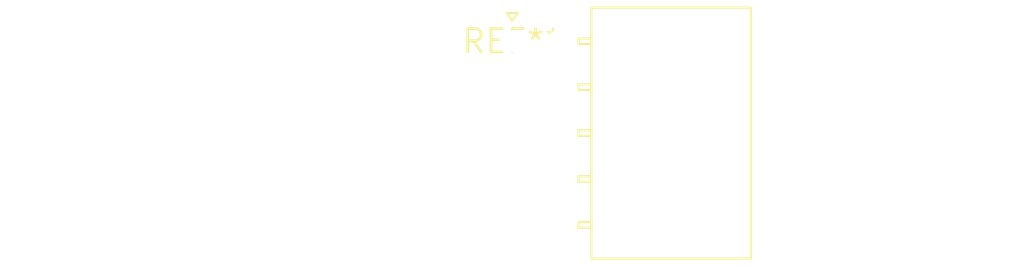
<source format=kicad_pcb>
(kicad_pcb (version 20240108) (generator pcbnew)
  (layers (0 "F.Cu" signal) (31 "B.Cu" signal) (34 "B.Paste" user) (35 "F.Paste" user) (36 "B.SilkS" user "B.Silkscreen") (37 "F.SilkS" user "F.Silkscreen") (38 "B.Mask" user) (39 "F.Mask" user) (44 "Edge.Cuts" user))
  (net 0 "")
  (footprint "Molex_Nano-Fit_105314-xx10_2x05_P2.50mm_Horizontal" (layer "F.Cu") (at 0 0)
    (property "Reference" "REF**")
    (property "Value" "Molex_Nano-Fit_105314-xx10_2x05_P2.50mm_Horizontal")
    (fp_line (start -0.3 -1.534264) (end 0 -1.11) (layer "F.SilkS") (stroke (width 0.12)))
    (fp_line (start 0 -1.11) (end 0.3 -1.534264) (layer "F.SilkS") (stroke (width 0.12)))
    (fp_line (start 0.3 -1.534264) (end -0.3 -1.534264) (layer "F.SilkS") (stroke (width 0.12)))
    (fp_line (start 3.61 -0.15) (end 3.61 0.15) (layer "F.SilkS") (stroke (width 0.12)))
    (fp_line (start 3.61 0.15) (end 4.31 0.15) (layer "F.SilkS") (stroke (width 0.12)))
    (fp_line (start 3.61 2.35) (end 3.61 2.65) (layer "F.SilkS") (stroke (width 0.12)))
    (fp_line (start 3.61 2.65) (end 4.31 2.65) (layer "F.SilkS") (stroke (width 0.12)))
    (fp_line (start 3.61 4.85) (end 3.61 5.15) (layer "F.SilkS") (stroke (width 0.12)))
    (fp_line (start 3.61 5.15) (end 4.31 5.15) (layer "F.SilkS") (stroke (width 0.12)))
    (fp_line (start 3.61 7.35) (end 3.61 7.65) (layer "F.SilkS") (stroke (width 0.12)))
    (fp_line (start 3.61 7.65) (end 4.31 7.65) (layer "F.SilkS") (stroke (width 0.12)))
    (fp_line (start 3.61 9.85) (end 3.61 10.15) (layer "F.SilkS") (stroke (width 0.12)))
    (fp_line (start 3.61 10.15) (end 4.31 10.15) (layer "F.SilkS") (stroke (width 0.12)))
    (fp_line (start 4.31 -1.83) (end 4.31 11.83) (layer "F.SilkS") (stroke (width 0.12)))
    (fp_line (start 4.31 -0.15) (end 3.61 -0.15) (layer "F.SilkS") (stroke (width 0.12)))
    (fp_line (start 4.31 0.15) (end 4.31 -0.15) (layer "F.SilkS") (stroke (width 0.12)))
    (fp_line (start 4.31 2.35) (end 3.61 2.35) (layer "F.SilkS") (stroke (width 0.12)))
    (fp_line (start 4.31 2.65) (end 4.31 2.35) (layer "F.SilkS") (stroke (width 0.12)))
    (fp_line (start 4.31 4.85) (end 3.61 4.85) (layer "F.SilkS") (stroke (width 0.12)))
    (fp_line (start 4.31 5.15) (end 4.31 4.85) (layer "F.SilkS") (stroke (width 0.12)))
    (fp_line (start 4.31 7.35) (end 3.61 7.35) (layer "F.SilkS") (stroke (width 0.12)))
    (fp_line (start 4.31 7.65) (end 4.31 7.35) (layer "F.SilkS") (stroke (width 0.12)))
    (fp_line (start 4.31 9.85) (end 3.61 9.85) (layer "F.SilkS") (stroke (width 0.12)))
    (fp_line (start 4.31 10.15) (end 4.31 9.85) (layer "F.SilkS") (stroke (width 0.12)))
    (fp_line (start 4.31 11.83) (end 12.99 11.83) (layer "F.SilkS") (stroke (width 0.12)))
    (fp_line (start 12.99 -1.83) (end 4.31 -1.83) (layer "F.SilkS") (stroke (width 0.12)))
    (fp_line (start 12.99 11.83) (end 12.99 -1.83) (layer "F.SilkS") (stroke (width 0.12)))
    (pad "" np_thru_hole circle (at 9.68 0) (size 1.7 1.7) (drill 1.7) (layers *.Cu *.Mask))
    (pad "" np_thru_hole circle (at 9.68 10) (size 1.7 1.7) (drill 1.7) (layers *.Cu *.Mask))
    (pad "1" thru_hole roundrect (at 0 0) (size 1.7 1.7) (drill 1.2) (layers *.Cu *.Mask) (remove_unused_layers) (roundrect_rratio 0.147059))
    (pad "2" thru_hole circle (at 0 2.5) (size 1.7 1.7) (drill 1.2) (layers *.Cu *.Mask) (remove_unused_layers))
    (pad "3" thru_hole circle (at 0 5) (size 1.7 1.7) (drill 1.2) (layers *.Cu *.Mask) (remove_unused_layers))
    (pad "4" thru_hole circle (at 0 7.5) (size 1.7 1.7) (drill 1.2) (layers *.Cu *.Mask) (remove_unused_layers))
    (pad "5" thru_hole circle (at 0 10) (size 1.7 1.7) (drill 1.2) (layers *.Cu *.Mask) (remove_unused_layers))
    (pad "6" thru_hole circle (at 2.5 0) (size 1.7 1.7) (drill 1.2) (layers *.Cu *.Mask) (remove_unused_layers))
    (pad "7" thru_hole circle (at 2.5 2.5) (size 1.7 1.7) (drill 1.2) (layers *.Cu *.Mask) (remove_unused_layers))
    (pad "8" thru_hole circle (at 2.5 5) (size 1.7 1.7) (drill 1.2) (layers *.Cu *.Mask) (remove_unused_layers))
    (pad "9" thru_hole circle (at 2.5 7.5) (size 1.7 1.7) (drill 1.2) (layers *.Cu *.Mask) (remove_unused_layers))
    (pad "10" thru_hole circle (at 2.5 10) (size 1.7 1.7) (drill 1.2) (layers *.Cu *.Mask) (remove_unused_layers))
  )
)
</source>
